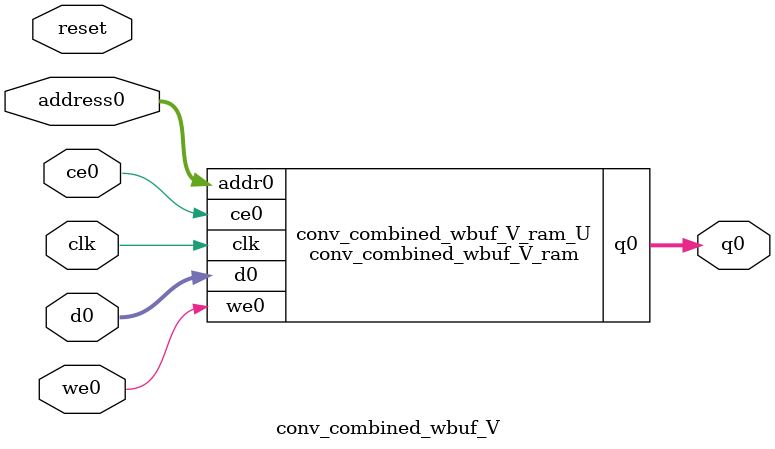
<source format=v>
`timescale 1 ns / 1 ps
module conv_combined_wbuf_V_ram (addr0, ce0, d0, we0, q0,  clk);

parameter DWIDTH = 16;
parameter AWIDTH = 10;
parameter MEM_SIZE = 625;

input[AWIDTH-1:0] addr0;
input ce0;
input[DWIDTH-1:0] d0;
input we0;
output reg[DWIDTH-1:0] q0;
input clk;

reg [DWIDTH-1:0] ram[0:MEM_SIZE-1];




always @(posedge clk)  
begin 
    if (ce0) begin
        if (we0) 
            ram[addr0] <= d0; 
        q0 <= ram[addr0];
    end
end


endmodule

`timescale 1 ns / 1 ps
module conv_combined_wbuf_V(
    reset,
    clk,
    address0,
    ce0,
    we0,
    d0,
    q0);

parameter DataWidth = 32'd16;
parameter AddressRange = 32'd625;
parameter AddressWidth = 32'd10;
input reset;
input clk;
input[AddressWidth - 1:0] address0;
input ce0;
input we0;
input[DataWidth - 1:0] d0;
output[DataWidth - 1:0] q0;



conv_combined_wbuf_V_ram conv_combined_wbuf_V_ram_U(
    .clk( clk ),
    .addr0( address0 ),
    .ce0( ce0 ),
    .we0( we0 ),
    .d0( d0 ),
    .q0( q0 ));

endmodule


</source>
